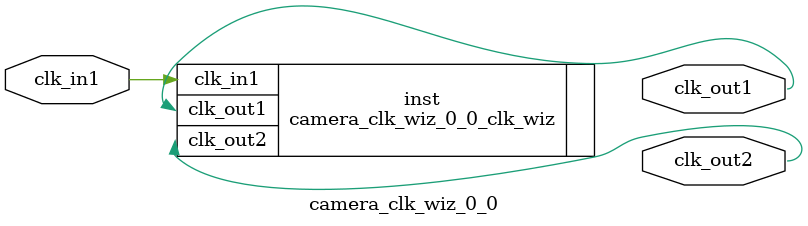
<source format=v>


`timescale 1ps/1ps

(* CORE_GENERATION_INFO = "camera_clk_wiz_0_0,clk_wiz_v6_0_3_0_0,{component_name=camera_clk_wiz_0_0,use_phase_alignment=true,use_min_o_jitter=false,use_max_i_jitter=false,use_dyn_phase_shift=false,use_inclk_switchover=false,use_dyn_reconfig=false,enable_axi=0,feedback_source=FDBK_AUTO,PRIMITIVE=MMCM,num_out_clk=2,clkin1_period=10.000,clkin2_period=10.000,use_power_down=false,use_reset=false,use_locked=false,use_inclk_stopped=false,feedback_type=SINGLE,CLOCK_MGR_TYPE=NA,manual_override=false}" *)

module camera_clk_wiz_0_0 
 (
  // Clock out ports
  output        clk_out1,
  output        clk_out2,
 // Clock in ports
  input         clk_in1
 );

  camera_clk_wiz_0_0_clk_wiz inst
  (
  // Clock out ports  
  .clk_out1(clk_out1),
  .clk_out2(clk_out2),
 // Clock in ports
  .clk_in1(clk_in1)
  );

endmodule

</source>
